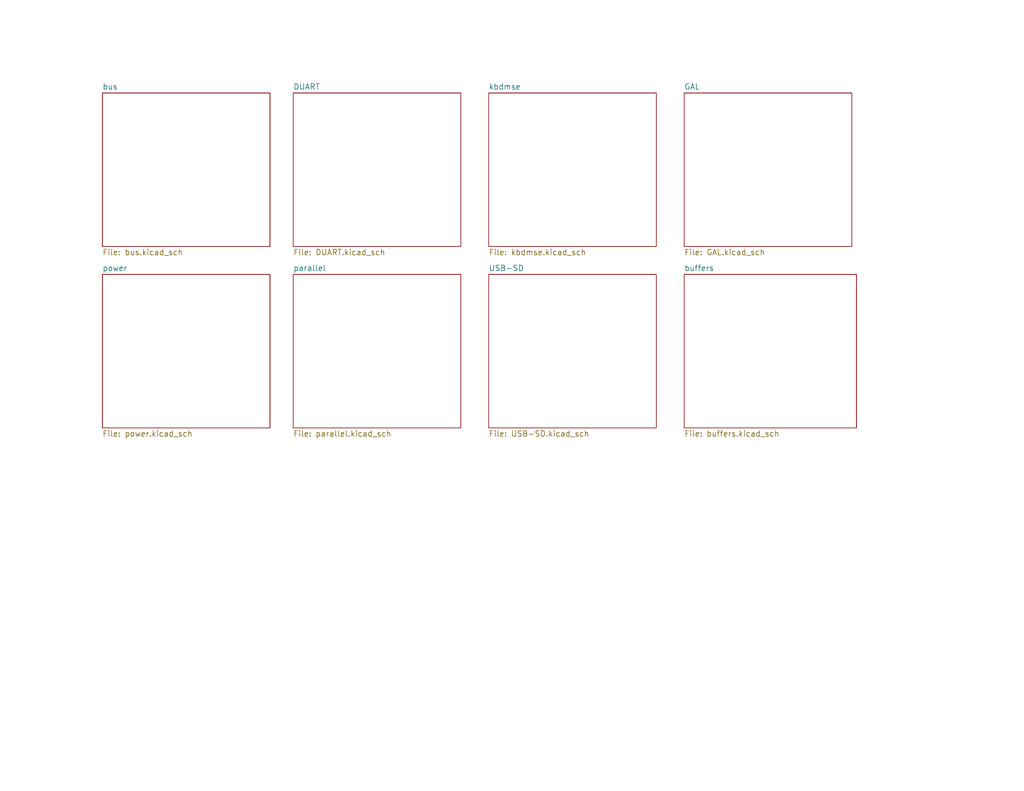
<source format=kicad_sch>
(kicad_sch (version 20211123) (generator eeschema)
  (paper "A")
  (lib_symbols)
  (sheet (at 186.69 25.4) (size 45.72 41.91)
    (property "Sheet name" "GAL" (at 186.69 24.5614 0) (effects (font (size 1.524 1.524)) (justify left bottom)))
    (property "Sheet file" "GAL.kicad_sch" (at 186.69 67.9962 0) (effects (font (size 1.524 1.524)) (justify left top)))
  )
  (sheet (at 186.69 74.93) (size 46.99 41.91)
    (property "Sheet name" "buffers" (at 186.69 74.0914 0) (effects (font (size 1.524 1.524)) (justify left bottom)))
    (property "Sheet file" "buffers.kicad_sch" (at 186.69 117.5262 0) (effects (font (size 1.524 1.524)) (justify left top)))
  )
  (sheet (at 27.94 25.4) (size 45.72 41.91)
    (property "Sheet name" "bus" (at 27.94 24.5614 0) (effects (font (size 1.524 1.524)) (justify left bottom)))
    (property "Sheet file" "bus.kicad_sch" (at 27.94 67.9962 0) (effects (font (size 1.524 1.524)) (justify left top)))
  )
  (sheet (at 27.94 74.93) (size 45.72 41.91)
    (property "Sheet name" "power" (at 27.94 74.0914 0) (effects (font (size 1.524 1.524)) (justify left bottom)))
    (property "Sheet file" "power.kicad_sch" (at 27.94 117.5262 0) (effects (font (size 1.524 1.524)) (justify left top)))
  )
  (sheet (at 80.01 25.4) (size 45.72 41.91)
    (property "Sheet name" "DUART" (at 80.01 24.5614 0) (effects (font (size 1.524 1.524)) (justify left bottom)))
    (property "Sheet file" "DUART.kicad_sch" (at 80.01 67.9962 0) (effects (font (size 1.524 1.524)) (justify left top)))
  )
  (sheet (at 80.01 74.93) (size 45.72 41.91)
    (property "Sheet name" "parallel" (at 80.01 74.0914 0) (effects (font (size 1.524 1.524)) (justify left bottom)))
    (property "Sheet file" "parallel.kicad_sch" (at 80.01 117.5262 0) (effects (font (size 1.524 1.524)) (justify left top)))
  )
  (sheet (at 133.35 25.4) (size 45.72 41.91)
    (property "Sheet name" "kbdmse" (at 133.35 24.5614 0) (effects (font (size 1.524 1.524)) (justify left bottom)))
    (property "Sheet file" "kbdmse.kicad_sch" (at 133.35 67.9962 0) (effects (font (size 1.524 1.524)) (justify left top)))
  )
  (sheet (at 133.35 74.93) (size 45.72 41.91)
    (property "Sheet name" "USB-SD" (at 133.35 74.0914 0) (effects (font (size 1.524 1.524)) (justify left bottom)))
    (property "Sheet file" "USB-SD.kicad_sch" (at 133.35 117.5262 0) (effects (font (size 1.524 1.524)) (justify left top)))
  )
)
</source>
